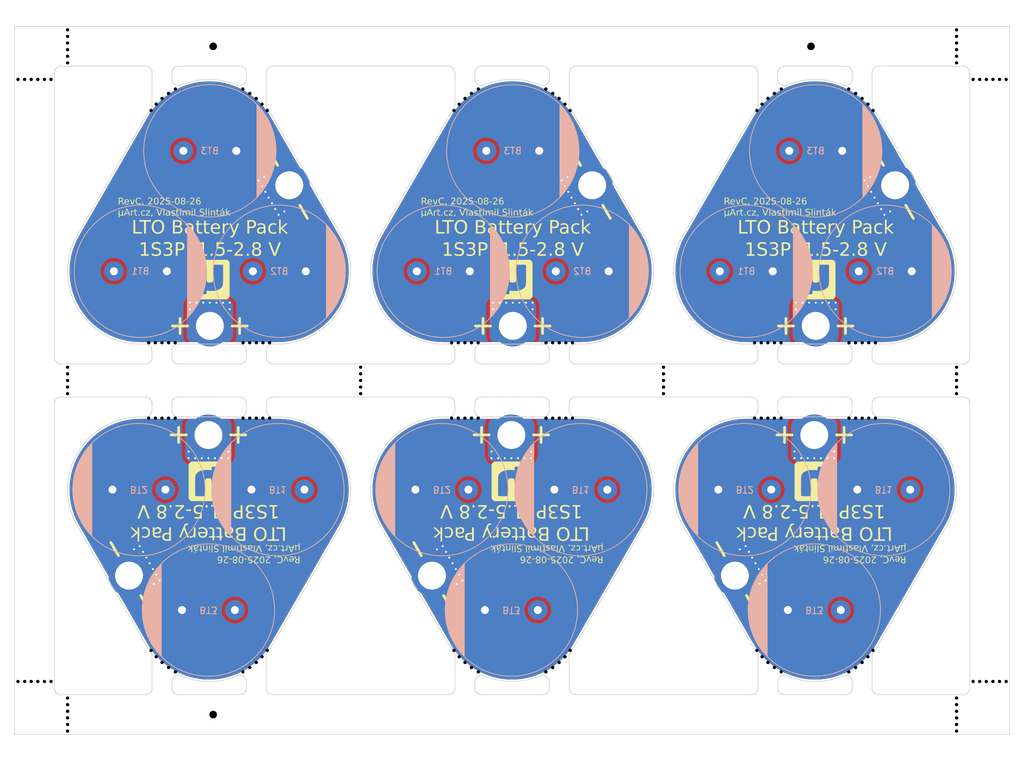
<source format=kicad_pcb>
(kicad_pcb
	(version 20241229)
	(generator "pcbnew")
	(generator_version "9.0")
	(general
		(thickness 1.6)
		(legacy_teardrops no)
	)
	(paper "A4")
	(title_block
		(title "LTO Battery Pack")
		(date "2025-08-26")
		(rev "C")
		(company "μArt.cz")
		(comment 1 "Vlastimil Slinták")
	)
	(layers
		(0 "F.Cu" signal)
		(2 "B.Cu" signal)
		(9 "F.Adhes" user "F.Adhesive")
		(11 "B.Adhes" user "B.Adhesive")
		(13 "F.Paste" user)
		(15 "B.Paste" user)
		(5 "F.SilkS" user "F.Silkscreen")
		(7 "B.SilkS" user "B.Silkscreen")
		(1 "F.Mask" user)
		(3 "B.Mask" user)
		(17 "Dwgs.User" user "User.Drawings")
		(19 "Cmts.User" user "User.Comments")
		(21 "Eco1.User" user "User.Eco1")
		(23 "Eco2.User" user "User.Eco2")
		(25 "Edge.Cuts" user)
		(27 "Margin" user)
		(31 "F.CrtYd" user "F.Courtyard")
		(29 "B.CrtYd" user "B.Courtyard")
		(35 "F.Fab" user)
		(33 "B.Fab" user)
		(39 "User.1" user)
		(41 "User.2" user)
		(43 "User.3" user)
		(45 "User.4" user)
		(47 "User.5" user)
		(49 "User.6" user)
		(51 "User.7" user)
		(53 "User.8" user)
		(55 "User.9" user)
	)
	(setup
		(stackup
			(layer "F.SilkS"
				(type "Top Silk Screen")
			)
			(layer "F.Paste"
				(type "Top Solder Paste")
			)
			(layer "F.Mask"
				(type "Top Solder Mask")
				(thickness 0.01)
			)
			(layer "F.Cu"
				(type "copper")
				(thickness 0.035)
			)
			(layer "dielectric 1"
				(type "core")
				(thickness 1.51)
				(material "FR4")
				(epsilon_r 4.5)
				(loss_tangent 0.02)
			)
			(layer "B.Cu"
				(type "copper")
				(thickness 0.035)
			)
			(layer "B.Mask"
				(type "Bottom Solder Mask")
				(thickness 0.01)
			)
			(layer "B.Paste"
				(type "Bottom Solder Paste")
			)
			(layer "B.SilkS"
				(type "Bottom Silk Screen")
			)
			(copper_finish "None")
			(dielectric_constraints no)
		)
		(pad_to_mask_clearance 0)
		(allow_soldermask_bridges_in_footprints no)
		(tenting front back)
		(aux_axis_origin 73.323985 20)
		(grid_origin 73.323985 20)
		(pcbplotparams
			(layerselection 0x00000000_00000000_55555555_5755f5ff)
			(plot_on_all_layers_selection 0x00000000_00000000_00000000_00000000)
			(disableapertmacros no)
			(usegerberextensions no)
			(usegerberattributes yes)
			(usegerberadvancedattributes yes)
			(creategerberjobfile yes)
			(dashed_line_dash_ratio 12.000000)
			(dashed_line_gap_ratio 3.000000)
			(svgprecision 4)
			(plotframeref no)
			(mode 1)
			(useauxorigin no)
			(hpglpennumber 1)
			(hpglpenspeed 20)
			(hpglpendiameter 15.000000)
			(pdf_front_fp_property_popups yes)
			(pdf_back_fp_property_popups yes)
			(pdf_metadata yes)
			(pdf_single_document no)
			(dxfpolygonmode yes)
			(dxfimperialunits yes)
			(dxfusepcbnewfont yes)
			(psnegative no)
			(psa4output no)
			(plot_black_and_white yes)
			(sketchpadsonfab no)
			(plotpadnumbers no)
			(hidednponfab no)
			(sketchdnponfab yes)
			(crossoutdnponfab yes)
			(subtractmaskfromsilk no)
			(outputformat 1)
			(mirror no)
			(drillshape 1)
			(scaleselection 1)
			(outputdirectory "")
		)
	)
	(net 0 "")
	(net 1 "Board_0-GND")
	(net 2 "Board_0-VCC")
	(net 3 "Board_1-GND")
	(net 4 "Board_1-VCC")
	(net 5 "Board_2-GND")
	(net 6 "Board_2-VCC")
	(net 7 "Board_3-GND")
	(net 8 "Board_3-VCC")
	(net 9 "Board_4-GND")
	(net 10 "Board_4-VCC")
	(net 11 "Board_5-GND")
	(net 12 "Board_5-VCC")
	(footprint "NPTH" (layer "F.Cu") (at 202.415077 67.796414))
	(footprint "NPTH" (layer "F.Cu") (at 203.415077 67.796414))
	(footprint "NPTH" (layer "F.Cu") (at 157.630469 67.796414))
	(footprint "NPTH" (layer "F.Cu") (at 153.630469 67.796414))
	(footprint "NPTH" (layer "F.Cu") (at 107.845861 79.196414))
	(footprint "NPTH" (layer "F.Cu") (at 223.176015 118.992828))
	(footprint "NPTH" (layer "F.Cu") (at 81.323985 122.492828))
	(footprint "NPTH" (layer "F.Cu") (at 103.323985 23))
	(footprint "NPTH" (layer "F.Cu") (at 81.323985 20.5))
	(footprint "NPTH" (layer "F.Cu") (at 171.392303 74.496414))
	(footprint "NPTH" (layer "F.Cu") (at 139.36953 79.196414))
	(footprint "NPTH" (layer "F.Cu") (at 215.676015 75.496414))
	(footprint "NPTH" (layer "F.Cu") (at 107.81618 29.449825))
	(footprint "NPTH" (layer "F.Cu") (at 140.504016 115.253034))
	(footprint "NPTH" (layer "F.Cu") (at 96.574474 116.876677))
	(footprint "NPTH" (layer "F.Cu") (at 156.630469 67.796414))
	(footprint "NPTH" (layer "F.Cu") (at 215.676014 24.5))
	(footprint "LOGO" (layer "F.Cu") (at 148.607696 58.246414))
	(footprint "NPTH" (layer "F.Cu") (at 139.725476 114.29456))
	(footprint "NPTH" (layer "F.Cu") (at 171.392303 71.496414))
	(footprint "NPTH" (layer "F.Cu") (at 189.183819 29.449825))
	(footprint "NPTH" (layer "F.Cu") (at 154.640918 116.876677))
	(footprint "NPTH" (layer "F.Cu") (at 199.385396 29.449825))
	(footprint "NPTH" (layer "F.Cu") (at 221.176015 118.992828))
	(footprint "NPTH" (layer "F.Cu") (at 81.323985 71.496414))
	(footprint "LOGO" (layer "F.Cu") (at 148.392304 88.746414 180))
	(footprint "NPTH" (layer "F.Cu") (at 109.845861 79.196414))
	(footprint "NPTH" (layer "F.Cu") (at 81.323985 21.5))
	(footprint "NPTH" (layer "F.Cu") (at 199.385396 117.543003))
	(footprint "NPTH" (layer "F.Cu") (at 156.495983 31.739794))
	(footprint "NPTH" (layer "F.Cu") (at 143.36953 67.796414))
	(footprint "NPTH" (layer "F.Cu") (at 81.323985 75.496414))
	(footprint "NPTH" (layer "F.Cu") (at 107.845861 67.796414))
	(footprint "NPTH" (layer "F.Cu") (at 143.399211 29.449825))
	(footprint "NPTH" (layer "F.Cu") (at 142.359081 30.116151))
	(footprint "NPTH" (layer "F.Cu") (at 125.607695 75.496414))
	(footprint "NPTH" (layer "F.Cu") (at 222.176015 118.992828))
	(footprint "NPTH" (layer "F.Cu") (at 203.415077 79.196414))
	(footprint "NPTH" (layer "F.Cu") (at 187.154138 79.196414))
	(footprint "NPTH" (layer "F.Cu") (at 199.415077 79.196414))
	(footprint "NPTH" (layer "F.Cu") (at 140.36953 67.796414))
	(footprint "NPTH" (layer "F.Cu") (at 154.630469 79.196414))
	(footprint "NPTH" (layer "F.Cu") (at 142.36953 67.796414))
	(footprint "NPTH" (layer "F.Cu") (at 155.614389 116.117381))
	(footprint "NPTH" (layer "F.Cu") (at 189.183819 117.543003))
	(footprint "NPTH" (layer "F.Cu") (at 97.614604 117.543003))
	(footprint "NPTH" (layer "F.Cu") (at 202.280591 31.739794))
	(footprint "NPTH" (layer "F.Cu") (at 95.584923 79.196414))
	(footprint "NPTH" (layer "F.Cu") (at 93.584923 79.196414))
	(footprint "NPTH" (layer "F.Cu") (at 81.323985 124.492828))
	(footprint "NPTH" (layer "F.Cu") (at 187.170218 30.875447))
	(footprint "NPTH" (layer "F.Cu") (at 81.323985 121.492828))
	(footprint "NPTH" (layer "F.Cu") (at 153.600788 117.543003))
	(footprint "NPTH" (layer "F.Cu") (at 155.630469 67.796414))
	(footprint "NPTH" (layer "F.Cu") (at 188.154138 79.196414))
	(footprint "NPTH" (layer "F.Cu") (at 215.676014 125.492828))
	(footprint "NPTH" (layer "F.Cu") (at 95.601003 30.875447))
	(footprint "NPTH" (layer "F.Cu") (at 186.288624 115.253034))
	(footprint "NPTH" (layer "F.Cu") (at 201.415077 67.796414))
	(footprint "NPTH" (layer "F.Cu") (at 188.143689 116.876677))
	(footprint "NPTH" (layer "F.Cu") (at 94.584923 79.196414))
	(footprint "NPTH" (layer "F.Cu") (at 111.845861 79.196414))
	(footprint "NPTH" (layer "F.Cu") (at 125.607695 72.496414))
	(footprint "NPTH" (layer "F.Cu") (at 97.584923 67.796414))
	(footprint "NPTH" (layer "F.Cu") (at 202.280591 115.253034))
	(footprint "NPTH" (layer "F.Cu") (at 111.489915 32.698268))
	(footprint "LOGO" (layer "F.Cu") (at 102.823088 58.246414))
	(footprint "NPTH" (layer "F.Cu") (at 200.415077 67.796414))
	(footprint "NPTH" (layer "F.Cu") (at 94.584923 67.796414))
	(footprint "NPTH" (layer "F.Cu") (at 109.845861 67.796414))
	(footprint "NPTH" (layer "F.Cu") (at 76.823985 28))
	(footprint "NPTH" (layer "F.Cu") (at 109.829781 116.117381))
	(footprint "NPTH" (layer "F.Cu") (at 97.584923 79.196414))
	(footprint "NPTH" (layer "F.Cu") (at 93.940869 114.29456))
	(footprint "NPTH" (layer "F.Cu") (at 189.154138 79.196414))
	(footprint "NPTH" (layer "F.Cu") (at 125.607695 73.496414))
	(footprint "NPTH" (layer "F.Cu") (at 156.495983 115.253034))
	(footprint "NPTH" (layer "F.Cu") (at 201.398997 116.117381))
	(footprint "NPTH" (layer "F.Cu") (at 110.845861 67.796414))
	(footprint "NPTH" (layer "F.Cu") (at 157.274523 32.698268))
	(footprint "NPTH" (layer "F.Cu") (at 125.607695 74.496414))
	(footprint "LOGO" (layer "F.Cu") (at 102.607696 88.746414 180))
	(footprint "NPTH" (layer "F.Cu") (at 141.36953 79.196414))
	(footprint "NPTH" (layer "F.Cu") (at 81.323985 73.496414))
	(footprint "NPTH" (layer "F.Cu") (at 77.823985 28))
	(footprint "NPTH" (layer "F.Cu") (at 186.288624 31.739794))
	(footprint "NPTH" (layer "F.Cu") (at 108.85631 30.116151))
	(footprint "LOGO" (layer "F.Cu") (at 194.176912 88.746414 180))
	(footprint "NPTH" (layer "F.Cu") (at 108.845861 79.196414))
	(footprint "NPTH" (layer "F.Cu") (at 171.392303 73.496414))
	(footprint "NPTH" (layer "F.Cu") (at 215.676014 123.492828))
	(footprint "NPTH" (layer "F.Cu") (at 215.676015 71.496414))
	(footprint "NPTH" (layer "F.Cu") (at 223.176015 28))
	(footprint "NPTH" (layer "F.Cu") (at 103.323985 123.992828))
	(footprint "NPTH" (layer "F.Cu") (at 77.823985 118.992828))
	(footprint "NPTH" (layer "F.Cu") (at 200.425526 30.116151))
	(footprint "NPTH" (layer "F.Cu") (at 94.719409 31.739794))
	(footprint "NPTH" (layer "F.Cu") (at 107.81618 117.543003))
	(footprint "NPTH" (layer "F.Cu") (at 215.676014 124.492828))
	(footprint "NPTH" (layer "F.Cu") (at 154.630469 67.796414))
	(footprint "NPTH" (layer "F.Cu") (at 75.823985 28))
	(footprint "NPTH" (layer "F.Cu") (at 81.323985 74.496414))
	(footprint "NPTH" (layer "F.Cu") (at 96.584923 67.796414))
	(footprint "NPTH" (layer "F.Cu") (at 200.415077 79.196414))
	(footprint "NPTH" (layer "F.Cu") (at 157.630469 79.196414))
	(footprint "NPTH" (layer "F.Cu") (at 141.38561 116.117381))
	(footprint "NPTH" (layer "F.Cu") (at 109.829781 30.875447))
	(footprint "NPTH" (layer "F.Cu") (at 74.823985 28))
	(footprint "NPTH" (layer "F.Cu") (at 218.176015 28))
	(footprint "NPTH" (layer "F.Cu") (at 110.711375 115.253034))
	(footprint "NPTH" (layer "F.Cu") (at 200.425526 116.876677))
	(footprint "NPTH" (layer "F.Cu") (at 185.510084 32.698268))
	(footprint "NPTH" (layer "F.Cu") (at 108.845861 67.796414))
	(footprint "NPTH" (layer "F.Cu") (at 153.630469 79.196414))
	(footprint "NPTH" (layer "F.Cu") (at 186.154138 79.196414))
	(footprint "NPTH" (layer "F.Cu") (at 81.323985 72.496414))
	(footprint "NPTH" (layer "F.Cu") (at 215.676014 23.5))
	(footprint "NPTH" (layer "F.Cu") (at 141.36953 67.796414))
	(footprint "NPTH" (layer "F.Cu") (at 220.176015 118.992828))
	(footprint "NPTH" (layer "F.Cu") (at 95.601003 116.117381))
	(footprint "NPTH" (layer "F.Cu") (at 111.489915 114.29456))
	(footprint "NPTH" (layer "F.Cu") (at 219.176015 28))
	(footprint "NPTH" (layer "F.Cu") (at 140.504016 31.739794))
	(footprint "NPTH" (layer "F.Cu") (at 81.323985 126.492828))
	(footprint "NPTH" (layer "F.Cu") (at 78.823985 28))
	(footprint "NPTH" (layer "F.Cu") (at 203.059131 114.29456))
	(footprint "NPTH" (layer "F.Cu") (at 202.415077 79.196414))
	(footprint "NPTH" (layer "F.Cu") (at 189.154138 67.796414))
	(footprint "NPTH" (layer "F.Cu") (at 140.36953 79.196414))
	(footprint "NPTH" (layer "F.Cu") (at 218.176015 118.992828))
	(footprint "NPTH" (layer "F.Cu") (at 125.607695 71.496414))
	(footprint "NPTH" (layer "F.Cu") (at 215.676015 72.496414))
	(footprint "NPTH" (layer "F.Cu") (at 75.823985 118.992828))
	(footprint "NPTH" (layer "F.Cu") (at 155.614389 30.875447))
	(footprint "NPTH" (layer "F.Cu") (at 78.823985 118.992828))
	(footprint "NPTH" (layer "F.Cu") (at 203.059131 32.698268))
	(footprint "NPTH" (layer "F.Cu") (at 185.154138 67.796414))
	(footprint "NPTH" (layer "F.Cu") (at 76.823985 118.992828))
	(footprint "NPTH" (layer "F.Cu") (at 73.823985 28))
	(footprint "NPTH" (layer "F.Cu") (at 153.600788 29.449825))
	(footprint "NPTH" (layer "F.Cu") (at 108.85631 116.876677))
	(footprint "NPTH" (layer "F.Cu") (at 215.676015 74.496414))
	(footprint "NPTH" (layer "F.Cu") (at 74.823985 118.992828))
	(footprint "NPTH" (layer "F.Cu") (at 96.584923 79.196414))
	(footprint "NPTH" (layer "F.Cu") (at 73.823985 118.992828))
	(footprint "NPTH" (layer "F.Cu") (at 110.711375 31.739794))
	(footprint "NPTH" (layer "F.Cu") (at 215.676014 21.5))
	(footprint "NPTH" (layer "F.Cu") (at 201.415077 79.196414))
	(footprint "NPTH" (layer "F.Cu") (at 171.392303 72.496414))
	(footprint "NPTH"
		(layer "F.Cu")
		(uuid "bc46736a-394b-41d2-8e49-3097e107ed5e")
		(at 215.676014 22.5)
		(property "Reference" "KiKit_MB_30_4"
			(at 0 0.5 0)
			(layer "F.SilkS")
			(hide yes)
			(uuid "5f9b091c-2872-43e3-91c6-af7ed5303b70")
			(effects
				(font
					(size 1 1)
					(thickness 0.15)
				)
			)
		)
		(property "Value" "NPTH"
			(at 0 -0.5 0)
			(layer "F.Fab")
			(hide yes)
			(uuid "800af0fe-414b-4870-9200-83d602a7f7c7")
			(effects
				(font
					(size 1 1)
					(thickness 0.15)
				)
			)
		)
		(property "Datasheet" ""
			(at 0 0 0)
			(layer "F.Fab")
			(hide yes)
			(uuid "9bfa47ea-6332-4bfe-ba23-9eaafb99f7d1")
			(effects
				(font
					(size 1.27 1.27)
					(thickness 0.15)
				)
			)

... [1751521 chars truncated]
</source>
